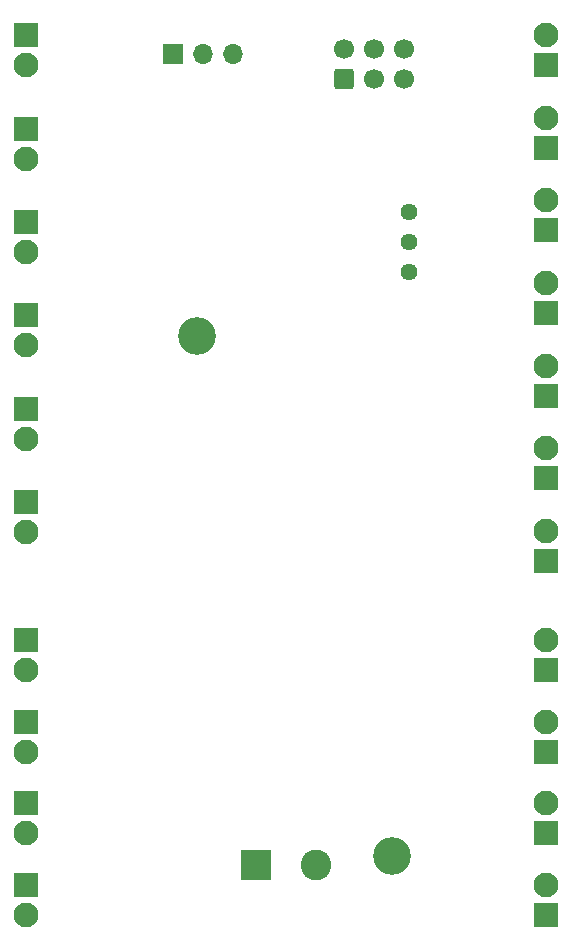
<source format=gbr>
%TF.GenerationSoftware,KiCad,Pcbnew,6.0.8-f2edbf62ab~116~ubuntu20.04.1*%
%TF.CreationDate,2022-10-06T23:30:32+02:00*%
%TF.ProjectId,mc unit,6d632075-6e69-4742-9e6b-696361645f70,rev?*%
%TF.SameCoordinates,Original*%
%TF.FileFunction,Soldermask,Bot*%
%TF.FilePolarity,Negative*%
%FSLAX46Y46*%
G04 Gerber Fmt 4.6, Leading zero omitted, Abs format (unit mm)*
G04 Created by KiCad (PCBNEW 6.0.8-f2edbf62ab~116~ubuntu20.04.1) date 2022-10-06 23:30:32*
%MOMM*%
%LPD*%
G01*
G04 APERTURE LIST*
G04 Aperture macros list*
%AMRoundRect*
0 Rectangle with rounded corners*
0 $1 Rounding radius*
0 $2 $3 $4 $5 $6 $7 $8 $9 X,Y pos of 4 corners*
0 Add a 4 corners polygon primitive as box body*
4,1,4,$2,$3,$4,$5,$6,$7,$8,$9,$2,$3,0*
0 Add four circle primitives for the rounded corners*
1,1,$1+$1,$2,$3*
1,1,$1+$1,$4,$5*
1,1,$1+$1,$6,$7*
1,1,$1+$1,$8,$9*
0 Add four rect primitives between the rounded corners*
20,1,$1+$1,$2,$3,$4,$5,0*
20,1,$1+$1,$4,$5,$6,$7,0*
20,1,$1+$1,$6,$7,$8,$9,0*
20,1,$1+$1,$8,$9,$2,$3,0*%
G04 Aperture macros list end*
%ADD10R,2.100000X2.100000*%
%ADD11C,2.100000*%
%ADD12R,2.600000X2.600000*%
%ADD13C,2.600000*%
%ADD14C,1.440000*%
%ADD15RoundRect,0.250000X0.600000X-0.600000X0.600000X0.600000X-0.600000X0.600000X-0.600000X-0.600000X0*%
%ADD16C,1.700000*%
%ADD17C,3.200000*%
%ADD18R,1.700000X1.700000*%
%ADD19O,1.700000X1.700000*%
G04 APERTURE END LIST*
D10*
%TO.C,J29*%
X78500000Y-183000000D03*
D11*
X78500000Y-180460000D03*
%TD*%
D12*
%TO.C,J1*%
X53955000Y-178805000D03*
D13*
X59035000Y-178805000D03*
%TD*%
D10*
%TO.C,J8*%
X34500000Y-124328900D03*
D11*
X34500000Y-126868900D03*
%TD*%
D14*
%TO.C,RV1*%
X66925000Y-123475000D03*
X66925000Y-126015000D03*
X66925000Y-128555000D03*
%TD*%
D10*
%TO.C,J4*%
X34500000Y-173550000D03*
D11*
X34500000Y-176090000D03*
%TD*%
D15*
%TO.C,J12*%
X61455000Y-112252500D03*
D16*
X61455000Y-109712500D03*
X63995000Y-112252500D03*
X63995000Y-109712500D03*
X66535000Y-112252500D03*
X66535000Y-109712500D03*
%TD*%
D10*
%TO.C,J10*%
X34500000Y-140157800D03*
D11*
X34500000Y-142697800D03*
%TD*%
D10*
%TO.C,J9*%
X34500000Y-132243300D03*
D11*
X34500000Y-134783300D03*
%TD*%
D10*
%TO.C,J6*%
X34500000Y-108500000D03*
D11*
X34500000Y-111040000D03*
%TD*%
D10*
%TO.C,J27*%
X78500000Y-169180000D03*
D11*
X78500000Y-166640000D03*
%TD*%
D10*
%TO.C,J17*%
X78500000Y-118040000D03*
D11*
X78500000Y-115500000D03*
%TD*%
D10*
%TO.C,J7*%
X34500000Y-116414400D03*
D11*
X34500000Y-118954400D03*
%TD*%
D10*
%TO.C,J18*%
X78500000Y-125033300D03*
D11*
X78500000Y-122493300D03*
%TD*%
D10*
%TO.C,J5*%
X34500000Y-180460000D03*
D11*
X34500000Y-183000000D03*
%TD*%
D10*
%TO.C,J26*%
X78500000Y-162270000D03*
D11*
X78500000Y-159730000D03*
%TD*%
D10*
%TO.C,J2*%
X34500000Y-159730000D03*
D11*
X34500000Y-162270000D03*
%TD*%
D10*
%TO.C,J20*%
X78500000Y-139020000D03*
D11*
X78500000Y-136480000D03*
%TD*%
D10*
%TO.C,J28*%
X78500000Y-176090000D03*
D11*
X78500000Y-173550000D03*
%TD*%
D10*
%TO.C,J16*%
X78500000Y-111000000D03*
D11*
X78500000Y-108460000D03*
%TD*%
D17*
%TO.C,H1*%
X65500000Y-178000000D03*
%TD*%
D18*
%TO.C,J24*%
X46950000Y-110125000D03*
D19*
X49490000Y-110125000D03*
X52030000Y-110125000D03*
%TD*%
D10*
%TO.C,J21*%
X78500000Y-146013300D03*
D11*
X78500000Y-143473300D03*
%TD*%
D10*
%TO.C,J22*%
X78500000Y-153000000D03*
D11*
X78500000Y-150460000D03*
%TD*%
D17*
%TO.C,H2*%
X49000000Y-134000000D03*
%TD*%
D10*
%TO.C,J3*%
X34500000Y-166640000D03*
D11*
X34500000Y-169180000D03*
%TD*%
D10*
%TO.C,J11*%
X34500000Y-148072200D03*
D11*
X34500000Y-150612200D03*
%TD*%
D10*
%TO.C,J19*%
X78500000Y-132026700D03*
D11*
X78500000Y-129486700D03*
%TD*%
M02*

</source>
